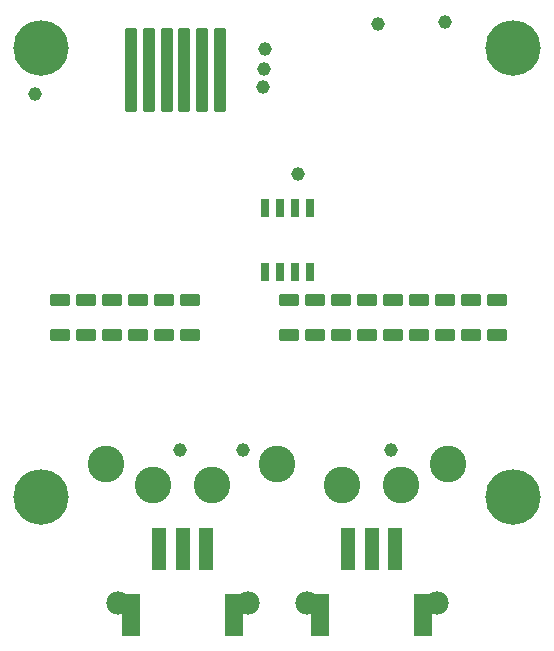
<source format=gbr>
%TF.GenerationSoftware,KiCad,Pcbnew,7.0.6*%
%TF.CreationDate,2023-08-06T04:52:03+10:00*%
%TF.ProjectId,controller,636f6e74-726f-46c6-9c65-722e6b696361,rev?*%
%TF.SameCoordinates,Original*%
%TF.FileFunction,Soldermask,Bot*%
%TF.FilePolarity,Negative*%
%FSLAX46Y46*%
G04 Gerber Fmt 4.6, Leading zero omitted, Abs format (unit mm)*
G04 Created by KiCad (PCBNEW 7.0.6) date 2023-08-06 04:52:03*
%MOMM*%
%LPD*%
G01*
G04 APERTURE LIST*
G04 Aperture macros list*
%AMRoundRect*
0 Rectangle with rounded corners*
0 $1 Rounding radius*
0 $2 $3 $4 $5 $6 $7 $8 $9 X,Y pos of 4 corners*
0 Add a 4 corners polygon primitive as box body*
4,1,4,$2,$3,$4,$5,$6,$7,$8,$9,$2,$3,0*
0 Add four circle primitives for the rounded corners*
1,1,$1+$1,$2,$3*
1,1,$1+$1,$4,$5*
1,1,$1+$1,$6,$7*
1,1,$1+$1,$8,$9*
0 Add four rect primitives between the rounded corners*
20,1,$1+$1,$2,$3,$4,$5,0*
20,1,$1+$1,$4,$5,$6,$7,0*
20,1,$1+$1,$6,$7,$8,$9,0*
20,1,$1+$1,$8,$9,$2,$3,0*%
G04 Aperture macros list end*
%ADD10C,1.151600*%
%ADD11C,4.700000*%
%ADD12C,3.101600*%
%ADD13C,1.976600*%
%ADD14RoundRect,0.050800X-0.800000X0.450000X-0.800000X-0.450000X0.800000X-0.450000X0.800000X0.450000X0*%
%ADD15RoundRect,0.050800X-0.500000X-1.750000X0.500000X-1.750000X0.500000X1.750000X-0.500000X1.750000X0*%
%ADD16RoundRect,0.050800X-0.750000X-1.700000X0.750000X-1.700000X0.750000X1.700000X-0.750000X1.700000X0*%
%ADD17RoundRect,0.050800X0.425000X-3.500000X0.425000X3.500000X-0.425000X3.500000X-0.425000X-3.500000X0*%
%ADD18R,0.700000X1.550000*%
G04 APERTURE END LIST*
D10*
%TO.C,DG2*%
X157060000Y-79430000D03*
%TD*%
D11*
%TO.C,M1*%
X128501100Y-81503600D03*
%TD*%
D12*
%TO.C,C0*%
X163001100Y-116703600D03*
%TD*%
%TO.C,J1*%
X159001100Y-118503600D03*
X154001100Y-118503600D03*
D13*
X162001100Y-128503600D03*
X151001100Y-128503600D03*
%TD*%
D12*
%TO.C,J2*%
X143001100Y-118503600D03*
X138001100Y-118503600D03*
D13*
X146001100Y-128503600D03*
X135001100Y-128503600D03*
%TD*%
D12*
%TO.C,B0*%
X148501100Y-116703600D03*
%TD*%
D10*
%TO.C,TEMP1*%
X147490000Y-81570000D03*
%TD*%
%TO.C,DA0*%
X140301100Y-115503600D03*
%TD*%
%TO.C,DBG1*%
X147400000Y-83250000D03*
%TD*%
D11*
%TO.C,M2*%
X168501100Y-81503600D03*
%TD*%
D10*
%TO.C,DC0*%
X158101100Y-115503600D03*
%TD*%
D12*
%TO.C,A0*%
X134001100Y-116703600D03*
%TD*%
D10*
%TO.C,TEMP2*%
X162701100Y-79303600D03*
%TD*%
D11*
%TO.C,M3*%
X128501100Y-119503600D03*
%TD*%
D10*
%TO.C,DBG2*%
X147310000Y-84750000D03*
%TD*%
%TO.C,D33*%
X128001100Y-85403600D03*
%TD*%
%TO.C,DAC0*%
X150280000Y-92180000D03*
%TD*%
D11*
%TO.C,M4*%
X168501100Y-119503600D03*
%TD*%
D10*
%TO.C,DB0*%
X145601100Y-115503600D03*
%TD*%
D14*
%TO.C,C47*%
X151701100Y-105753600D03*
X151701100Y-102853600D03*
%TD*%
D15*
%TO.C,CAN1*%
X142501100Y-123923600D03*
X140501100Y-123923600D03*
X138501100Y-123923600D03*
D16*
X136151100Y-129473600D03*
X144851100Y-129473600D03*
%TD*%
D14*
%TO.C,C43*%
X160501100Y-105753600D03*
X160501100Y-102853600D03*
%TD*%
%TO.C,C40*%
X167101100Y-105753600D03*
X167101100Y-102853600D03*
%TD*%
D17*
%TO.C,ENC0*%
X136151100Y-83353600D03*
X137651100Y-83353600D03*
X139151100Y-83353600D03*
X140651100Y-83353600D03*
X142151100Y-83353600D03*
X143651100Y-83353600D03*
%TD*%
D14*
%TO.C,C48*%
X149501100Y-105753600D03*
X149501100Y-102853600D03*
%TD*%
D15*
%TO.C,CAN2*%
X158501100Y-123923600D03*
X156501100Y-123923600D03*
X154501100Y-123923600D03*
D16*
X152151100Y-129473600D03*
X160851100Y-129473600D03*
%TD*%
D14*
%TO.C,C53*%
X132301100Y-105753600D03*
X132301100Y-102853600D03*
%TD*%
%TO.C,C51*%
X136701100Y-105753600D03*
X136701100Y-102853600D03*
%TD*%
%TO.C,C42*%
X162701100Y-105753600D03*
X162701100Y-102853600D03*
%TD*%
%TO.C,C45*%
X156101100Y-105753600D03*
X156101100Y-102853600D03*
%TD*%
%TO.C,C49*%
X141101100Y-105753600D03*
X141101100Y-102853600D03*
%TD*%
%TO.C,C54*%
X130101100Y-105753600D03*
X130101100Y-102853600D03*
%TD*%
%TO.C,C52*%
X134501100Y-105753600D03*
X134501100Y-102853600D03*
%TD*%
%TO.C,C44*%
X158301100Y-105753600D03*
X158301100Y-102853600D03*
%TD*%
%TO.C,C41*%
X164901100Y-105753600D03*
X164901100Y-102853600D03*
%TD*%
D18*
%TO.C,IC4*%
X147476184Y-95013816D03*
X148746184Y-95013816D03*
X150016184Y-95013816D03*
X151286184Y-95013816D03*
X151286184Y-100463816D03*
X150016184Y-100463816D03*
X148746184Y-100463816D03*
X147476184Y-100463816D03*
%TD*%
D14*
%TO.C,C50*%
X138901100Y-105753600D03*
X138901100Y-102853600D03*
%TD*%
%TO.C,C46*%
X153901100Y-105753600D03*
X153901100Y-102853600D03*
%TD*%
M02*

</source>
